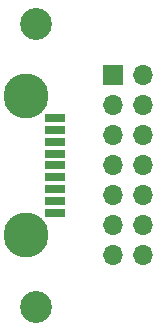
<source format=gts>
G04 #@! TF.GenerationSoftware,KiCad,Pcbnew,7.0.0-da2b9df05c~163~ubuntu22.04.1*
G04 #@! TF.CreationDate,2023-03-12T19:04:27+00:00*
G04 #@! TF.ProjectId,simpleadapter14m,73696d70-6c65-4616-9461-707465723134,rev?*
G04 #@! TF.SameCoordinates,Original*
G04 #@! TF.FileFunction,Soldermask,Top*
G04 #@! TF.FilePolarity,Negative*
%FSLAX46Y46*%
G04 Gerber Fmt 4.6, Leading zero omitted, Abs format (unit mm)*
G04 Created by KiCad (PCBNEW 7.0.0-da2b9df05c~163~ubuntu22.04.1) date 2023-03-12 19:04:27*
%MOMM*%
%LPD*%
G01*
G04 APERTURE LIST*
%ADD10C,0.001000*%
%ADD11R,1.800000X0.700000*%
%ADD12C,3.800000*%
%ADD13C,2.700000*%
%ADD14R,1.700000X1.700000*%
%ADD15O,1.700000X1.700000*%
G04 APERTURE END LIST*
D10*
X149177000Y-92350000D03*
X149177000Y-96850000D03*
D11*
X151626999Y-97599999D03*
X151626999Y-95599999D03*
X151626999Y-93599999D03*
X151626999Y-91599999D03*
X151626999Y-90599999D03*
X151626999Y-92599999D03*
X151626999Y-94599999D03*
X151626999Y-96599999D03*
X151626999Y-98599999D03*
D12*
X149177000Y-88750000D03*
X149177000Y-100450000D03*
D13*
X150000000Y-106600000D03*
X150000000Y-82600000D03*
D14*
X156499999Y-86979999D03*
D15*
X159039999Y-86979999D03*
X156499999Y-89519999D03*
X159039999Y-89519999D03*
X156499999Y-92059999D03*
X159039999Y-92059999D03*
X156499999Y-94599999D03*
X159039999Y-94599999D03*
X156499999Y-97139999D03*
X159039999Y-97139999D03*
X156499999Y-99679999D03*
X159039999Y-99679999D03*
X156499999Y-102219999D03*
X159039999Y-102219999D03*
M02*

</source>
